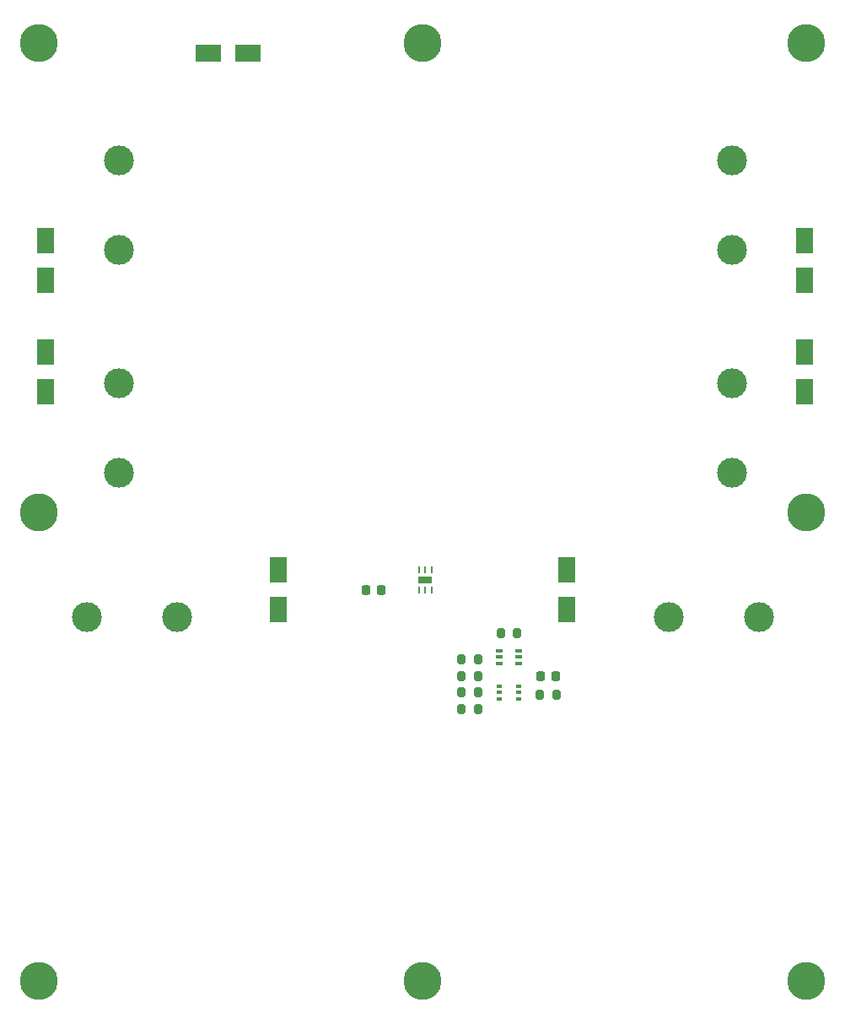
<source format=gts>
%TF.GenerationSoftware,KiCad,Pcbnew,(6.0.5)*%
%TF.CreationDate,2022-07-09T16:35:03-07:00*%
%TF.ProjectId,solar-panel-side-X-plus,736f6c61-722d-4706-916e-656c2d736964,rev?*%
%TF.SameCoordinates,Original*%
%TF.FileFunction,Soldermask,Top*%
%TF.FilePolarity,Negative*%
%FSLAX46Y46*%
G04 Gerber Fmt 4.6, Leading zero omitted, Abs format (unit mm)*
G04 Created by KiCad (PCBNEW (6.0.5)) date 2022-07-09 16:35:03*
%MOMM*%
%LPD*%
G01*
G04 APERTURE LIST*
G04 Aperture macros list*
%AMRoundRect*
0 Rectangle with rounded corners*
0 $1 Rounding radius*
0 $2 $3 $4 $5 $6 $7 $8 $9 X,Y pos of 4 corners*
0 Add a 4 corners polygon primitive as box body*
4,1,4,$2,$3,$4,$5,$6,$7,$8,$9,$2,$3,0*
0 Add four circle primitives for the rounded corners*
1,1,$1+$1,$2,$3*
1,1,$1+$1,$4,$5*
1,1,$1+$1,$6,$7*
1,1,$1+$1,$8,$9*
0 Add four rect primitives between the rounded corners*
20,1,$1+$1,$2,$3,$4,$5,0*
20,1,$1+$1,$4,$5,$6,$7,0*
20,1,$1+$1,$6,$7,$8,$9,0*
20,1,$1+$1,$8,$9,$2,$3,0*%
G04 Aperture macros list end*
%ADD10C,3.000000*%
%ADD11R,1.700000X2.500000*%
%ADD12R,2.500000X1.700000*%
%ADD13C,2.600000*%
%ADD14C,3.800000*%
%ADD15R,0.270000X0.740000*%
%ADD16R,1.350000X0.650000*%
%ADD17RoundRect,0.200000X0.200000X0.275000X-0.200000X0.275000X-0.200000X-0.275000X0.200000X-0.275000X0*%
%ADD18RoundRect,0.200000X-0.200000X-0.275000X0.200000X-0.275000X0.200000X0.275000X-0.200000X0.275000X0*%
%ADD19R,0.600000X0.400000*%
%ADD20R,0.650000X0.400000*%
%ADD21RoundRect,0.225000X-0.225000X-0.250000X0.225000X-0.250000X0.225000X0.250000X-0.225000X0.250000X0*%
%ADD22RoundRect,0.225000X0.225000X0.250000X-0.225000X0.250000X-0.225000X-0.250000X0.225000X-0.250000X0*%
G04 APERTURE END LIST*
D10*
X169464000Y-59508000D03*
X169464000Y-68508000D03*
X169464000Y-81860000D03*
X169464000Y-90860000D03*
D11*
X100584000Y-82772000D03*
X100584000Y-78772000D03*
X176784000Y-67596000D03*
X176784000Y-71596000D03*
X123952000Y-100616000D03*
X123952000Y-104616000D03*
D12*
X120872000Y-48768000D03*
X116872000Y-48768000D03*
D11*
X176784000Y-78772000D03*
X176784000Y-82772000D03*
X100584000Y-71596000D03*
X100584000Y-67596000D03*
X152908000Y-104616000D03*
X152908000Y-100616000D03*
D13*
X176900000Y-94810000D03*
D14*
X176900000Y-94810000D03*
D13*
X176900000Y-47810000D03*
D14*
X176900000Y-47810000D03*
X138400000Y-47810000D03*
D13*
X138400000Y-47810000D03*
D14*
X99900000Y-47810000D03*
D13*
X99900000Y-47810000D03*
X99900000Y-94810000D03*
D14*
X99900000Y-94810000D03*
X99900000Y-141810000D03*
D13*
X99900000Y-141810000D03*
X138400000Y-141810000D03*
D14*
X138400000Y-141810000D03*
D13*
X176900000Y-141810000D03*
D14*
X176900000Y-141810000D03*
D10*
X107904000Y-68508000D03*
X107904000Y-59508000D03*
X107904000Y-90860000D03*
X107904000Y-81860000D03*
X104720000Y-105364000D03*
X113720000Y-105364000D03*
X163140000Y-105364000D03*
X172140000Y-105364000D03*
D15*
X138034000Y-102595000D03*
X138684000Y-102595000D03*
X139334000Y-102595000D03*
X139334000Y-100605000D03*
X138684000Y-100605000D03*
X138034000Y-100605000D03*
D16*
X138684000Y-101600000D03*
D17*
X151828000Y-113157000D03*
X150178000Y-113157000D03*
D18*
X142304000Y-112903000D03*
X143954000Y-112903000D03*
D17*
X143954000Y-109601000D03*
X142304000Y-109601000D03*
D18*
X142304000Y-114554000D03*
X143954000Y-114554000D03*
X142304000Y-111252000D03*
X143954000Y-111252000D03*
D17*
X147891000Y-106934000D03*
X146241000Y-106934000D03*
D19*
X146116000Y-112253000D03*
X146116000Y-112903000D03*
X146116000Y-113553000D03*
X148016000Y-113553000D03*
X148016000Y-112903000D03*
X148016000Y-112253000D03*
D20*
X146116000Y-108697000D03*
X146116000Y-109347000D03*
X146116000Y-109997000D03*
X148016000Y-109997000D03*
X148016000Y-109347000D03*
X148016000Y-108697000D03*
D21*
X150228000Y-111252000D03*
X151778000Y-111252000D03*
D22*
X134252000Y-102616000D03*
X132702000Y-102616000D03*
M02*

</source>
